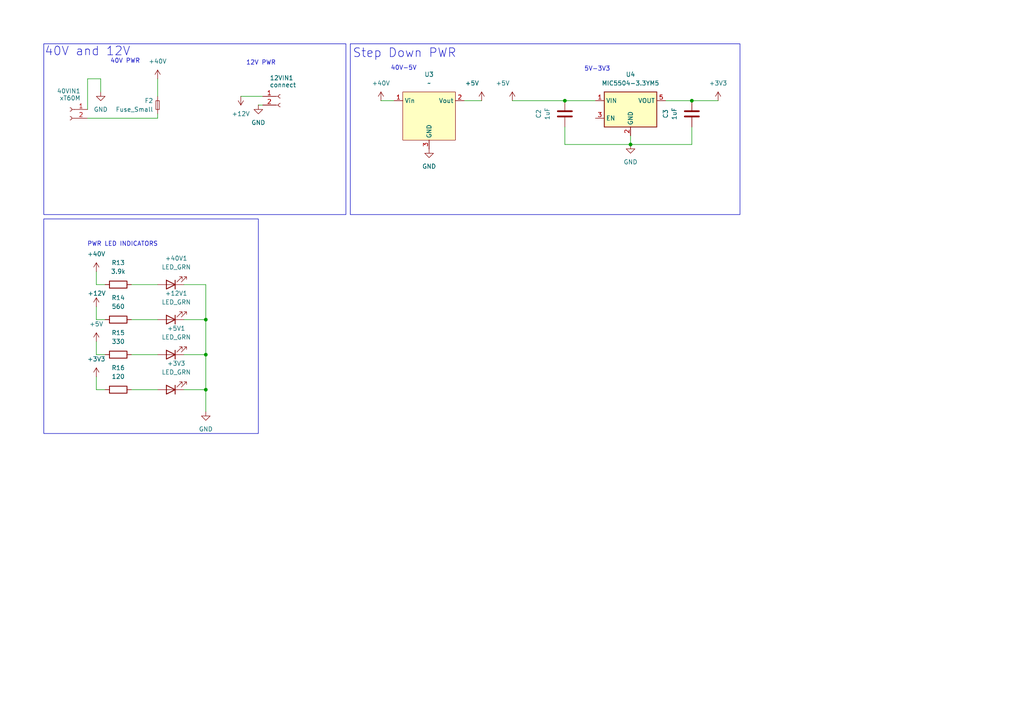
<source format=kicad_sch>
(kicad_sch (version 20250114) (generator "eeschema") (generator_version "9.0")
  (paper "A4")
  (lib_symbols
    (symbol "Connector:Conn_01x02_Socket" (pin_names (offset 1.016) (hide yes))
      (property "Reference" "J" (at 0 2.54 0))
      (property "Value" "Conn_01x02_Socket" (at 0 -5.08 0))
      (symbol "Conn_01x02_Socket_1_1"
        (polyline (pts (xy -1.27 0) (xy -0.508 0)) (stroke (width 0.1524)))
        (polyline (pts (xy -1.27 -2.54) (xy -0.508 -2.54)) (stroke (width 0.1524)))
        (arc (start 0 -0.508) (mid -0.5058 0) (end 0 0.508) (stroke (width 0.1524)))
        (arc (start 0 -3.048) (mid -0.5058 -2.54) (end 0 -2.032) (stroke (width 0.1524)))
        (pin passive line (at -5.08 0 0) (length 3.81) (name "Pin_1") (number "1"))
        (pin passive line (at -5.08 -2.54 0) (length 3.81) (name "Pin_2") (number "2"))
      )
    )
    (symbol "Device:C" (pin_numbers (hide yes)) (pin_names (offset 0.254))
      (property "Reference" "C" (at 0.635 2.54 0))
      (property "Value" "C" (at 0.635 -2.54 0))
      (symbol "C_0_1"
        (polyline (pts (xy -2.032 0.762) (xy 2.032 0.762)) (stroke (width 0.508)))
        (polyline (pts (xy -2.032 -0.762) (xy 2.032 -0.762)) (stroke (width 0.508)))
      )
      (symbol "C_1_1"
        (pin passive line (at 0 3.81 270) (length 2.794) (name "~") (number "1"))
        (pin passive line (at 0 -3.81 90) (length 2.794) (name "~") (number "2"))
      )
    )
    (symbol "Device:Fuse_Small" (pin_numbers (hide yes)) (pin_names (offset 0.254) (hide yes))
      (property "Reference" "F" (at 0 -1.524 0))
      (property "Value" "Fuse_Small" (at 0 1.524 0))
      (symbol "Fuse_Small_0_1"
        (rectangle (start -1.27 0.508) (end 1.27 -0.508))
        (polyline (pts (xy -1.27 0) (xy 1.27 0)))
      )
      (symbol "Fuse_Small_1_1"
        (pin passive line (at -2.54 0 0) (length 1.27) (name "~") (number "1"))
        (pin passive line (at 2.54 0 180) (length 1.27) (name "~") (number "2"))
      )
    )
    (symbol "Device:LED" (pin_numbers (hide yes)) (pin_names (offset 1.016) (hide yes))
      (property "Reference" "D" (at 0 2.54 0))
      (property "Value" "LED" (at 0 -2.54 0))
      (symbol "LED_0_1"
        (polyline (pts (xy -3.048 -0.762) (xy -4.572 -2.286) (xy -3.81 -2.286) (xy -4.572 -2.286) (xy -4.572 -1.524)))
        (polyline (pts (xy -1.778 -0.762) (xy -3.302 -2.286) (xy -2.54 -2.286) (xy -3.302 -2.286) (xy -3.302 -1.524)))
        (polyline (pts (xy -1.27 0) (xy 1.27 0)))
        (polyline (pts (xy -1.27 -1.27) (xy -1.27 1.27)) (stroke (width 0.254)))
        (polyline (pts (xy 1.27 -1.27) (xy 1.27 1.27) (xy -1.27 0) (xy 1.27 -1.27)) (stroke (width 0.254)))
      )
      (symbol "LED_1_1"
        (pin passive line (at -3.81 0 0) (length 2.54) (name "K") (number "1"))
        (pin passive line (at 3.81 0 180) (length 2.54) (name "A") (number "2"))
      )
    )
    (symbol "Device:R" (pin_numbers (hide yes)) (pin_names (offset 0))
      (property "Reference" "R" (at 2.032 0 90))
      (property "Value" "R" (at 0 0 90))
      (symbol "R_0_1"
        (rectangle (start -1.016 -2.54) (end 1.016 2.54) (stroke (width 0.254)))
      )
      (symbol "R_1_1"
        (pin passive line (at 0 3.81 270) (length 1.27) (name "~") (number "1"))
        (pin passive line (at 0 -3.81 90) (length 1.27) (name "~") (number "2"))
      )
    )
    (symbol "Regulator_Linear:MIC5504-3.3YM5"
      (property "Reference" "U" (at -7.62 8.89 0))
      (property "Value" "MIC5504-3.3YM5" (at -7.62 6.35 0))
      (symbol "MIC5504-3.3YM5_0_1"
        (rectangle (start -7.62 -5.08) (end 7.62 5.08) (stroke (width 0.254)) (fill (type background)))
      )
      (symbol "MIC5504-3.3YM5_1_1"
        (pin power_in line (at -10.16 2.54 0) (length 2.54) (name "VIN") (number "1"))
        (pin input line (at -10.16 -2.54 0) (length 2.54) (name "EN") (number "3"))
        (pin power_in line (at 0 -7.62 90) (length 2.54) (name "GND") (number "2"))
        (pin no_connect line (at 7.62 -2.54 180) (length 2.54) (hide yes) (name "NC") (number "4"))
        (pin power_out line (at 10.16 2.54 180) (length 2.54) (name "VOUT") (number "5"))
      )
    )
    (symbol "SJSU_common:5VBuckModule"
      (property "Reference" "U" (at 0 0 0))
      (symbol "5VBuckModule_0_1"
        (rectangle (start -7.62 6.35) (end 7.62 -7.62) (fill (type background)))
      )
      (symbol "5VBuckModule_1_1"
        (pin input line (at -10.16 3.81 0) (length 2.54) (name "Vin") (number "1"))
        (pin input line (at 0 -10.16 90) (length 2.54) (name "GND") (number "3"))
        (pin output line (at 10.16 3.81 180) (length 2.54) (name "Vout") (number "2"))
      )
    )
    (symbol "power:+12V" (power) (pin_numbers (hide yes)) (pin_names (offset 0) (hide yes))
      (property "Value" "+12V" (at 0 3.556 0))
      (symbol "+12V_0_1"
        (polyline (pts (xy -0.762 1.27) (xy 0 2.54)))
        (polyline (pts (xy 0 2.54) (xy 0.762 1.27)))
        (polyline (pts (xy 0 0) (xy 0 2.54)))
      )
      (symbol "+12V_1_1"
        (pin power_in line (at 0 0 90) (length 0) (name "~") (number "1"))
      )
    )
    (symbol "power:+24V" (power) (pin_numbers (hide yes)) (pin_names (offset 0) (hide yes))
      (property "Value" "+24V" (at 0 3.556 0))
      (symbol "+24V_0_1"
        (polyline (pts (xy -0.762 1.27) (xy 0 2.54)))
        (polyline (pts (xy 0 2.54) (xy 0.762 1.27)))
        (polyline (pts (xy 0 0) (xy 0 2.54)))
      )
      (symbol "+24V_1_1"
        (pin power_in line (at 0 0 90) (length 0) (name "~") (number "1"))
      )
    )
    (symbol "power:+3.3V" (power) (pin_numbers (hide yes)) (pin_names (offset 0) (hide yes))
      (property "Value" "+3.3V" (at 0 3.556 0))
      (symbol "+3.3V_0_1"
        (polyline (pts (xy -0.762 1.27) (xy 0 2.54)))
        (polyline (pts (xy 0 2.54) (xy 0.762 1.27)))
        (polyline (pts (xy 0 0) (xy 0 2.54)))
      )
      (symbol "+3.3V_1_1"
        (pin power_in line (at 0 0 90) (length 0) (name "~") (number "1"))
      )
    )
    (symbol "power:+5V" (power) (pin_numbers (hide yes)) (pin_names (offset 0) (hide yes))
      (property "Value" "+5V" (at 0 3.556 0))
      (symbol "+5V_0_1"
        (polyline (pts (xy -0.762 1.27) (xy 0 2.54)))
        (polyline (pts (xy 0 2.54) (xy 0.762 1.27)))
        (polyline (pts (xy 0 0) (xy 0 2.54)))
      )
      (symbol "+5V_1_1"
        (pin power_in line (at 0 0 90) (length 0) (name "~") (number "1"))
      )
    )
    (symbol "power:GND" (power) (pin_numbers (hide yes)) (pin_names (offset 0) (hide yes))
      (property "Value" "GND" (at 0 -3.81 0))
      (symbol "GND_0_1"
        (polyline (pts (xy 0 0) (xy 0 -1.27) (xy 1.27 -1.27) (xy 0 -2.54) (xy -1.27 -1.27) (xy 0 -1.27)))
      )
      (symbol "GND_1_1"
        (pin power_in line (at 0 0 270) (length 0) (name "~") (number "1"))
      )
    )
  )
  (rectangle (start 12.7 63.5) (end 74.93 125.73))
  (rectangle (start 12.7 12.7) (end 100.33 62.23))
  (rectangle (start 101.6 12.7) (end 214.63 62.23))
  (text "40V PWR\n" (at 36.322 17.78 0) (effects (font (size 1.27 1.27))))
  (text "40V-5V\n" (at 117.094 19.812 0) (effects (font (size 1.27 1.27))))
  (text "5V-3V3\n" (at 173.228 20.066 0) (effects (font (size 1.27 1.27))))
  (text "Step Down PWR\n" (at 117.348 15.494 0) (effects (font (size 2.54 2.54))))
  (text "12V PWR" (at 75.692 18.288 0) (effects (font (size 1.27 1.27))))
  (text "PWR LED INDICATORS\n" (at 35.56 70.866 0) (effects (font (size 1.27 1.27))))
  (text "40V and 12V\n" (at 25.4 14.986 0) (effects (font (size 2.54 2.54))))
  (junction (at 59.69 113.03))
  (junction (at 163.83 29.21))
  (junction (at 59.69 102.87))
  (junction (at 182.88 41.91))
  (junction (at 200.66 29.21))
  (junction (at 59.69 92.71))
  (wire (pts (xy 27.94 99.06) (xy 27.94 102.87)))
  (wire (pts (xy 76.2 30.48) (xy 74.93 30.48)))
  (wire (pts (xy 38.1 113.03) (xy 45.72 113.03)))
  (wire (pts (xy 59.69 102.87) (xy 59.69 113.03)))
  (wire (pts (xy 53.34 113.03) (xy 59.69 113.03)))
  (wire (pts (xy 29.21 22.86) (xy 25.4 22.86)))
  (wire (pts (xy 38.1 82.55) (xy 45.72 82.55)))
  (wire (pts (xy 45.72 34.29) (xy 45.72 33.02)))
  (wire (pts (xy 27.94 88.9) (xy 27.94 92.71)))
  (wire (pts (xy 200.66 29.21) (xy 208.28 29.21)))
  (wire (pts (xy 45.72 34.29) (xy 25.4 34.29)))
  (wire (pts (xy 163.83 36.83) (xy 163.83 41.91)))
  (wire (pts (xy 27.94 78.74) (xy 27.94 82.55)))
  (wire (pts (xy 163.83 29.21) (xy 172.72 29.21)))
  (wire (pts (xy 110.49 29.21) (xy 114.3 29.21)))
  (wire (pts (xy 27.94 109.22) (xy 27.94 113.03)))
  (wire (pts (xy 27.94 82.55) (xy 30.48 82.55)))
  (wire (pts (xy 59.69 113.03) (xy 59.69 119.38)))
  (wire (pts (xy 53.34 102.87) (xy 59.69 102.87)))
  (wire (pts (xy 45.72 22.86) (xy 45.72 27.94)))
  (wire (pts (xy 182.88 39.37) (xy 182.88 41.91)))
  (wire (pts (xy 76.2 27.94) (xy 69.85 27.94)))
  (wire (pts (xy 38.1 92.71) (xy 45.72 92.71)))
  (wire (pts (xy 29.21 22.86) (xy 29.21 26.67)))
  (wire (pts (xy 27.94 102.87) (xy 30.48 102.87)))
  (wire (pts (xy 200.66 36.83) (xy 200.66 41.91)))
  (wire (pts (xy 25.4 31.75) (xy 25.4 22.86)))
  (wire (pts (xy 59.69 82.55) (xy 59.69 92.71)))
  (wire (pts (xy 53.34 82.55) (xy 59.69 82.55)))
  (wire (pts (xy 27.94 113.03) (xy 30.48 113.03)))
  (wire (pts (xy 163.83 41.91) (xy 182.88 41.91)))
  (wire (pts (xy 53.34 92.71) (xy 59.69 92.71)))
  (wire (pts (xy 38.1 102.87) (xy 45.72 102.87)))
  (wire (pts (xy 193.04 29.21) (xy 200.66 29.21)))
  (wire (pts (xy 59.69 92.71) (xy 59.69 102.87)))
  (wire (pts (xy 148.59 29.21) (xy 163.83 29.21)))
  (wire (pts (xy 27.94 92.71) (xy 30.48 92.71)))
  (wire (pts (xy 182.88 41.91) (xy 200.66 41.91)))
  (wire (pts (xy 139.7 29.21) (xy 134.62 29.21)))
  (symbol (lib_id "power:GND") (at 182.88 41.91 0) (unit 1)
    (property "Reference" "#PWR013" (effects (hide yes)))
    (property "Value" "GND" (at 182.88 46.99 0))
    (property "Description" "Power symbol creates a global label with name \"GND\" , ground" (effects (hide yes)))
  )
  (symbol (lib_id "power:+3.3V") (at 208.28 29.21 0) (unit 1)
    (property "Reference" "#PWR021" (effects (hide yes)))
    (property "Value" "+3V3" (at 208.28 24.13 0))
    (property "Description" "Power symbol creates a global label with name \"+3.3V\"" (effects (hide yes)))
  )
  (symbol (lib_id "power:+24V") (at 27.94 88.9 0) (unit 1)
    (property "Reference" "#PWR086" (effects (hide yes)))
    (property "Value" "+12V" (at 25.4 85.09 0) (effects (justify left)))
    (property "Description" "Power symbol creates a global label with name \"+24V\"" (effects (hide yes)))
  )
  (symbol (lib_id "power:+3.3V") (at 148.59 29.21 0) (unit 1)
    (property "Reference" "#PWR022" (effects (hide yes)))
    (property "Value" "+5V" (at 143.764 24.13 0) (effects (justify left)))
    (property "Description" "Power symbol creates a global label with name \"+3.3V\"" (effects (hide yes)))
  )
  (symbol (lib_id "Device:C") (at 200.66 33.02 180) (unit 1)
    (property "Reference" "C3" (at 193.04 33.02 90))
    (property "Value" "1uF" (at 195.58 33.02 90))
    (property "Footprint" "Capacitor_SMD:C_0603_1608Metric" (effects (hide yes)))
    (property "Description" "Unpolarized capacitor" (effects (hide yes)))
  )
  (symbol (lib_id "power:+24V") (at 27.94 78.74 0) (unit 1)
    (property "Reference" "#PWR085" (effects (hide yes)))
    (property "Value" "+40V" (at 27.94 73.66 0))
    (property "Description" "Power symbol creates a global label with name \"+24V\"" (effects (hide yes)))
  )
  (symbol (lib_id "power:+3.3V") (at 27.94 109.22 0) (unit 1)
    (property "Reference" "#PWR088" (effects (hide yes)))
    (property "Value" "+3V3" (at 27.94 104.14 0))
    (property "Description" "Power symbol creates a global label with name \"+3.3V\"" (effects (hide yes)))
  )
  (symbol (lib_id "power:GND") (at 74.93 30.48 0) (unit 1)
    (property "Reference" "#PWR04" (effects (hide yes)))
    (property "Value" "GND" (at 74.93 35.56 0))
    (property "Description" "Power symbol creates a global label with name \"GND\" , ground" (effects (hide yes)))
  )
  (symbol (lib_id "power:GND") (at 29.21 26.67 0) (mirror y) (unit 1)
    (property "Reference" "#PWR03" (effects (hide yes)))
    (property "Value" "GND" (at 29.21 31.75 0))
    (property "Description" "Power symbol creates a global label with name \"GND\" , ground" (effects (hide yes)))
  )
  (symbol (lib_id "power:+3.3V") (at 139.7 29.21 0) (unit 1)
    (property "Reference" "#PWR023" (effects (hide yes)))
    (property "Value" "+5V" (at 134.874 24.13 0) (effects (justify left)))
    (property "Description" "Power symbol creates a global label with name \"+3.3V\"" (effects (hide yes)))
  )
  (symbol (lib_id "power:+24V") (at 110.49 29.21 0) (unit 1)
    (property "Reference" "#PWR07" (effects (hide yes)))
    (property "Value" "+40V" (at 110.49 24.13 0))
    (property "Description" "Power symbol creates a global label with name \"+24V\"" (effects (hide yes)))
  )
  (symbol (lib_id "Device:R") (at 34.29 92.71 270) (unit 1)
    (property "Reference" "R14" (at 34.29 86.36 90))
    (property "Value" "560" (at 34.29 88.9 90))
    (property "Footprint" "Resistor_SMD:R_0603_1608Metric" (effects (hide yes)))
    (property "Description" "Resistor" (effects (hide yes)))
  )
  (symbol (lib_id "Connector:Conn_01x02_Socket") (at 20.32 31.75 0) (mirror y) (unit 1)
    (property "Reference" "40VIN1" (at 23.368 26.416 0) (effects (justify left)))
    (property "Value" "xT60M" (at 23.368 28.448 0) (effects (justify left)))
    (property "Footprint" "Connector_AMASS:AMASS_XT60PW-M_1x02_P7.20mm_Horizontal" (effects (hide yes)))
    (property "Description" "Generic connector, single row, 01x02, script generated" (effects (hide yes)))
  )
  (symbol (lib_id "Device:LED") (at 49.53 113.03 180) (unit 1)
    (property "Reference" "+3V3" (at 51.1175 105.41 0))
    (property "Value" "LED_GRN" (at 51.1175 107.95 0))
    (property "Footprint" "LED_SMD:LED_0805_2012Metric" (effects (hide yes)))
    (property "Description" "Light emitting diode" (effects (hide yes)))
  )
  (symbol (lib_id "power:+5V") (at 27.94 99.06 0) (unit 1)
    (property "Reference" "#PWR087" (effects (hide yes)))
    (property "Value" "+5V" (at 27.94 93.98 0))
    (property "Description" "Power symbol creates a global label with name \"+5V\"" (effects (hide yes)))
  )
  (symbol (lib_id "power:+24V") (at 45.72 22.86 0) (mirror y) (unit 1)
    (property "Reference" "#PWR02" (effects (hide yes)))
    (property "Value" "+40V" (at 45.72 17.78 0))
    (property "Description" "Power symbol creates a global label with name \"+24V\"" (effects (hide yes)))
  )
  (symbol (lib_id "Device:LED") (at 49.53 92.71 180) (unit 1)
    (property "Reference" "+12V1" (at 51.1175 85.09 0))
    (property "Value" "LED_GRN" (at 51.1175 87.63 0))
    (property "Footprint" "LED_SMD:LED_0805_2012Metric" (effects (hide yes)))
    (property "Description" "Light emitting diode" (effects (hide yes)))
  )
  (symbol (lib_id "power:GND") (at 59.69 119.38 0) (unit 1)
    (property "Reference" "#PWR084" (effects (hide yes)))
    (property "Value" "GND" (at 59.69 124.46 0))
    (property "Description" "Power symbol creates a global label with name \"GND\" , ground" (effects (hide yes)))
  )
  (symbol (lib_id "power:+12V") (at 69.85 27.94 180) (unit 1)
    (property "Reference" "#PWR06" (effects (hide yes)))
    (property "Value" "+12V" (at 69.85 33.02 0))
    (property "Description" "Power symbol creates a global label with name \"+12V\"" (effects (hide yes)))
  )
  (symbol (lib_id "Device:C") (at 163.83 33.02 180) (unit 1)
    (property "Reference" "C2" (at 156.21 33.02 90))
    (property "Value" "1uF" (at 158.75 33.02 90))
    (property "Footprint" "Capacitor_SMD:C_0603_1608Metric" (effects (hide yes)))
    (property "Description" "Unpolarized capacitor" (effects (hide yes)))
  )
  (symbol (lib_id "SJSU_common:5VBuckModule") (at 124.46 33.02 0) (unit 1)
    (property "Reference" "U3" (at 124.46 21.59 0))
    (property "Value" "~" (at 124.46 24.13 0))
    (property "Footprint" "SJSU_common:5VBuckModule" (effects (hide yes)))
  )
  (symbol (lib_id "Device:LED") (at 49.53 82.55 180) (unit 1)
    (property "Reference" "+40V1" (at 51.1175 74.93 0))
    (property "Value" "LED_GRN" (at 51.1175 77.47 0))
    (property "Footprint" "LED_SMD:LED_0805_2012Metric" (effects (hide yes)))
    (property "Description" "Light emitting diode" (effects (hide yes)))
  )
  (symbol (lib_id "power:GND") (at 124.46 43.18 0) (unit 1)
    (property "Reference" "#PWR05" (effects (hide yes)))
    (property "Value" "GND" (at 124.46 48.26 0))
    (property "Description" "Power symbol creates a global label with name \"GND\" , ground" (effects (hide yes)))
  )
  (symbol (lib_id "Device:LED") (at 49.53 102.87 180) (unit 1)
    (property "Reference" "+5V1" (at 51.1175 95.25 0))
    (property "Value" "LED_GRN" (at 51.1175 97.79 0))
    (property "Footprint" "LED_SMD:LED_0805_2012Metric" (effects (hide yes)))
    (property "Description" "Light emitting diode" (effects (hide yes)))
  )
  (symbol (lib_id "Device:R") (at 34.29 82.55 270) (unit 1)
    (property "Reference" "R13" (at 34.29 76.2 90))
    (property "Value" "3.9k" (at 34.29 78.74 90))
    (property "Footprint" "Resistor_SMD:R_0603_1608Metric" (effects (hide yes)))
    (property "Description" "Resistor" (effects (hide yes)))
  )
  (symbol (lib_id "Device:Fuse_Small") (at 45.72 30.48 90) (mirror x) (unit 1)
    (property "Reference" "F2" (at 44.45 29.2099 90) (effects (justify left)))
    (property "Value" "Fuse_Small" (at 44.45 31.7499 90) (effects (justify left)))
    (property "Footprint" "Fuse:Fuseholder_Littelfuse_Nano2_154x" (effects (hide yes)))
    (property "Description" "Fuse, small symbol" (effects (hide yes)))
  )
  (symbol (lib_id "Device:R") (at 34.29 113.03 270) (unit 1)
    (property "Reference" "R16" (at 34.29 106.68 90))
    (property "Value" "120" (at 34.29 109.22 90))
    (property "Footprint" "Resistor_SMD:R_0603_1608Metric" (effects (hide yes)))
    (property "Description" "Resistor" (effects (hide yes)))
  )
  (symbol (lib_id "Connector:Conn_01x02_Socket") (at 81.28 27.94 0) (unit 1)
    (property "Reference" "12VIN1" (at 78.232 22.606 0) (effects (justify left)))
    (property "Value" "connect" (at 78.232 24.638 0) (effects (justify left)))
    (property "Footprint" "TerminalBlock:TerminalBlock_Altech_AK300-2_P5.00mm" (effects (hide yes)))
    (property "Description" "Generic connector, single row, 01x02, script generated" (effects (hide yes)))
  )
  (symbol (lib_id "Device:R") (at 34.29 102.87 270) (unit 1)
    (property "Reference" "R15" (at 34.29 96.52 90))
    (property "Value" "330" (at 34.29 99.06 90))
    (property "Footprint" "Resistor_SMD:R_0603_1608Metric" (effects (hide yes)))
    (property "Description" "Resistor" (effects (hide yes)))
  )
  (symbol (lib_id "Regulator_Linear:MIC5504-3.3YM5") (at 182.88 31.75 0) (unit 1)
    (property "Reference" "U4" (at 182.88 21.59 0))
    (property "Value" "MIC5504-3.3YM5" (at 182.88 24.13 0))
    (property "Footprint" "Package_TO_SOT_SMD:SOT-23-5" (effects (hide yes)))
    (property "Datasheet" "http://ww1.microchip.com/downloads/en/DeviceDoc/MIC550X.pdf" (effects (hide yes)))
    (property "Description" "300mA Low-dropout Voltage Regulator, Vout 3.3V, Vin up to 5.5V, SOT-23" (effects (hide yes)))
  )
)
</source>
